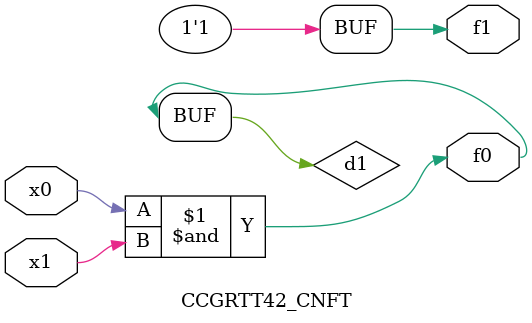
<source format=v>
module CCGRTT42_CNFT(
	input x0, x1,
	output f0, f1
);

	wire d1;

	assign f0 = d1;
	and (d1, x0, x1);
	assign f1 = 1'b1;
endmodule

</source>
